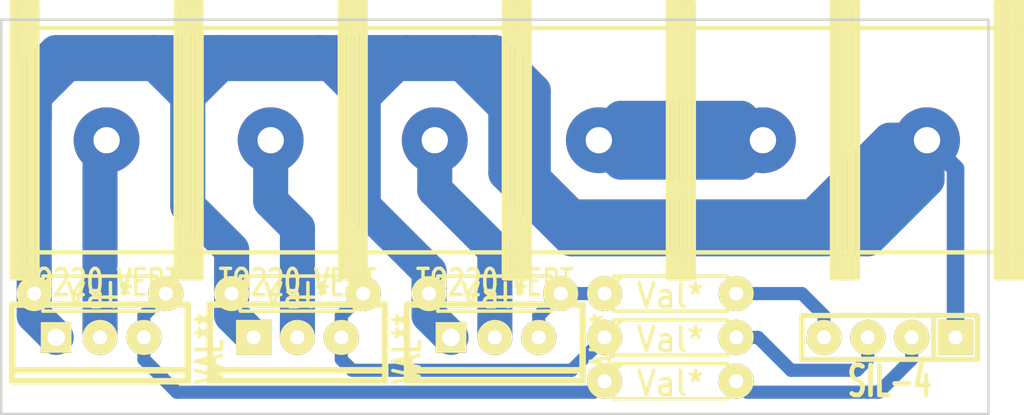
<source format=kicad_pcb>
(kicad_pcb (version 3) (host pcbnew "(2013-05-18 BZR 4017)-stable")

  (general
    (links 0)
    (no_connects 0)
    (area 91.789956 47.497999 165.785714 85.25)
    (thickness 1.6)
    (drawings 4)
    (tracks 108)
    (zones 0)
    (modules 11)
    (nets 1)
  )

  (page A4)
  (layers
    (15 F.Cu signal)
    (0 B.Cu signal)
    (16 B.Adhes user)
    (17 F.Adhes user)
    (18 B.Paste user)
    (19 F.Paste user)
    (20 B.SilkS user)
    (21 F.SilkS user)
    (22 B.Mask user)
    (23 F.Mask user)
    (24 Dwgs.User user)
    (25 Cmts.User user)
    (26 Eco1.User user)
    (27 Eco2.User user)
    (28 Edge.Cuts user)
  )

  (setup
    (last_trace_width 1.016)
    (user_trace_width 0.762)
    (user_trace_width 1.016)
    (user_trace_width 2.032)
    (trace_clearance 0.254)
    (zone_clearance 0.508)
    (zone_45_only no)
    (trace_min 0.254)
    (segment_width 0.2)
    (edge_width 0.15)
    (via_size 0.889)
    (via_drill 0.635)
    (via_min_size 0.889)
    (via_min_drill 0.508)
    (uvia_size 0.508)
    (uvia_drill 0.127)
    (uvias_allowed no)
    (uvia_min_size 0.508)
    (uvia_min_drill 0.127)
    (pcb_text_width 0.3)
    (pcb_text_size 1.5 1.5)
    (mod_edge_width 0.15)
    (mod_text_size 1.5 1.5)
    (mod_text_width 0.15)
    (pad_size 2.032 2.032)
    (pad_drill 0.8128)
    (pad_to_mask_clearance 0.2)
    (aux_axis_origin 0 0)
    (visible_elements FFFFFFAF)
    (pcbplotparams
      (layerselection 3178497)
      (usegerberextensions true)
      (excludeedgelayer true)
      (linewidth 0.100000)
      (plotframeref false)
      (viasonmask false)
      (mode 1)
      (useauxorigin false)
      (hpglpennumber 1)
      (hpglpenspeed 20)
      (hpglpendiameter 15)
      (hpglpenoverlay 2)
      (psnegative false)
      (psa4output false)
      (plotreference true)
      (plotvalue true)
      (plotothertext true)
      (plotinvisibletext false)
      (padsonsilk false)
      (subtractmaskfromsilk false)
      (outputformat 1)
      (mirror false)
      (drillshape 1)
      (scaleselection 1)
      (outputdirectory ""))
  )

  (net 0 "")

  (net_class Default "This is the default net class."
    (clearance 0.254)
    (trace_width 0.254)
    (via_dia 0.889)
    (via_drill 0.635)
    (uvia_dia 0.508)
    (uvia_drill 0.127)
    (add_net "")
  )

  (module TO220_VERT (layer F.Cu) (tedit 43A66C96) (tstamp 52931AC3)
    (at 97.79 67.31 270)
    (descr "Regulateur TO220 serie LM78xx")
    (tags "TR TO220")
    (fp_text reference TO220_VERT (at -3.175 0 360) (layer F.SilkS)
      (effects (font (size 1.524 1.016) (thickness 0.2032)))
    )
    (fp_text value VAL** (at 0.635 -6.35 270) (layer F.SilkS)
      (effects (font (size 1.524 1.016) (thickness 0.2032)))
    )
    (fp_line (start 1.905 -5.08) (end 2.54 -5.08) (layer F.SilkS) (width 0.381))
    (fp_line (start 2.54 -5.08) (end 2.54 5.08) (layer F.SilkS) (width 0.381))
    (fp_line (start 2.54 5.08) (end 1.905 5.08) (layer F.SilkS) (width 0.381))
    (fp_line (start -1.905 -5.08) (end 1.905 -5.08) (layer F.SilkS) (width 0.381))
    (fp_line (start 1.905 -5.08) (end 1.905 5.08) (layer F.SilkS) (width 0.381))
    (fp_line (start 1.905 5.08) (end -1.905 5.08) (layer F.SilkS) (width 0.381))
    (fp_line (start -1.905 5.08) (end -1.905 -5.08) (layer F.SilkS) (width 0.381))
    (pad 2 thru_hole circle (at 0 -2.54 270) (size 2.032 2.032) (drill 0.8128)
      (layers *.Cu *.Mask F.SilkS)
    )
    (pad 3 thru_hole circle (at 0 0 270) (size 2.032 2.032) (drill 0.8128)
      (layers *.Cu *.Mask F.SilkS)
    )
    (pad 1 thru_hole rect (at 0 2.54 270) (size 1.778 1.778) (drill 1.016)
      (layers *.Cu *.Mask F.SilkS)
    )
  )

  (module TO220_VERT (layer F.Cu) (tedit 529320BF) (tstamp 52931AEE)
    (at 109.22 67.31 270)
    (descr "Regulateur TO220 serie LM78xx")
    (tags "TR TO220")
    (fp_text reference TO220_VERT (at -3.175 0 360) (layer F.SilkS)
      (effects (font (size 1.524 1.016) (thickness 0.2032)))
    )
    (fp_text value VAL** (at 0.635 -6.35 270) (layer F.SilkS)
      (effects (font (size 1.524 1.016) (thickness 0.2032)))
    )
    (fp_line (start 1.905 -5.08) (end 2.54 -5.08) (layer F.SilkS) (width 0.381))
    (fp_line (start 2.54 -5.08) (end 2.54 5.08) (layer F.SilkS) (width 0.381))
    (fp_line (start 2.54 5.08) (end 1.905 5.08) (layer F.SilkS) (width 0.381))
    (fp_line (start -1.905 -5.08) (end 1.905 -5.08) (layer F.SilkS) (width 0.381))
    (fp_line (start 1.905 -5.08) (end 1.905 5.08) (layer F.SilkS) (width 0.381))
    (fp_line (start 1.905 5.08) (end -1.905 5.08) (layer F.SilkS) (width 0.381))
    (fp_line (start -1.905 5.08) (end -1.905 -5.08) (layer F.SilkS) (width 0.381))
    (pad 2 thru_hole circle (at 0 -2.54 270) (size 2.032 2.032) (drill 0.8128)
      (layers *.Cu *.Mask F.SilkS)
    )
    (pad 3 thru_hole circle (at 0 0 270) (size 2.032 2.032) (drill 0.8128)
      (layers *.Cu *.Mask F.SilkS)
    )
    (pad 1 thru_hole rect (at 0 2.54 270) (size 2.032 2.032) (drill 0.8128)
      (layers *.Cu *.Mask F.SilkS)
    )
  )

  (module TO220_VERT (layer F.Cu) (tedit 5293142B) (tstamp 52931B09)
    (at 120.65 67.31 270)
    (descr "Regulateur TO220 serie LM78xx")
    (tags "TR TO220")
    (fp_text reference TO220_VERT (at -3.175 0 360) (layer F.SilkS)
      (effects (font (size 1.524 1.016) (thickness 0.2032)))
    )
    (fp_text value VAL** (at 0.635 -6.35 270) (layer F.SilkS)
      (effects (font (size 1.524 1.016) (thickness 0.2032)))
    )
    (fp_line (start 1.905 -5.08) (end 2.54 -5.08) (layer F.SilkS) (width 0.381))
    (fp_line (start 2.54 -5.08) (end 2.54 5.08) (layer F.SilkS) (width 0.381))
    (fp_line (start 2.54 5.08) (end 1.905 5.08) (layer F.SilkS) (width 0.381))
    (fp_line (start -1.905 -5.08) (end 1.905 -5.08) (layer F.SilkS) (width 0.381))
    (fp_line (start 1.905 -5.08) (end 1.905 5.08) (layer F.SilkS) (width 0.381))
    (fp_line (start 1.905 5.08) (end -1.905 5.08) (layer F.SilkS) (width 0.381))
    (fp_line (start -1.905 5.08) (end -1.905 -5.08) (layer F.SilkS) (width 0.381))
    (pad 2 thru_hole circle (at 0 -2.54 270) (size 2.032 2.032) (drill 0.8128)
      (layers *.Cu *.Mask F.SilkS)
    )
    (pad 3 thru_hole circle (at 0 0 270) (size 2.032 2.032) (drill 0.8128)
      (layers *.Cu *.Mask F.SilkS)
    )
    (pad 1 thru_hole rect (at 0 2.54 270) (size 1.778 1.778) (drill 1.016)
      (layers *.Cu *.Mask F.SilkS)
    )
  )

  (module SIL-4 (layer F.Cu) (tedit 52931E67) (tstamp 52933389)
    (at 143.51 67.31 180)
    (descr "Connecteur 4 pibs")
    (tags "CONN DEV")
    (fp_text reference SIL-4 (at 0 -2.54 180) (layer F.SilkS)
      (effects (font (size 1.73482 1.08712) (thickness 0.3048)))
    )
    (fp_text value Val** (at 0 -2.54 180) (layer F.SilkS) hide
      (effects (font (size 1.524 1.016) (thickness 0.3048)))
    )
    (fp_line (start -5.08 -1.27) (end -5.08 -1.27) (layer F.SilkS) (width 0.3048))
    (fp_line (start -5.08 1.27) (end -5.08 -1.27) (layer F.SilkS) (width 0.3048))
    (fp_line (start -5.08 -1.27) (end -5.08 -1.27) (layer F.SilkS) (width 0.3048))
    (fp_line (start -5.08 -1.27) (end 5.08 -1.27) (layer F.SilkS) (width 0.3048))
    (fp_line (start 5.08 -1.27) (end 5.08 1.27) (layer F.SilkS) (width 0.3048))
    (fp_line (start 5.08 1.27) (end -5.08 1.27) (layer F.SilkS) (width 0.3048))
    (fp_line (start -2.54 1.27) (end -2.54 -1.27) (layer F.SilkS) (width 0.3048))
    (pad 1 thru_hole rect (at -3.81 0 180) (size 2.032 2.032) (drill 0.8128)
      (layers *.Cu *.Mask F.SilkS)
    )
    (pad 2 thru_hole circle (at -1.27 0 180) (size 2.032 2.032) (drill 0.8128)
      (layers *.Cu *.Mask F.SilkS)
    )
    (pad 3 thru_hole circle (at 1.27 0 180) (size 2.032 2.032) (drill 0.8128)
      (layers *.Cu *.Mask F.SilkS)
    )
    (pad 4 thru_hole circle (at 3.81 0 180) (size 2.032 2.032) (drill 0.8128)
      (layers *.Cu *.Mask F.SilkS)
    )
  )

  (module CONN_6_SOLAR (layer F.Cu) (tedit 528393AD) (tstamp 52931238)
    (at 121.92 55.88)
    (path /523BD84D)
    (fp_text reference P1 (at 0 0) (layer F.SilkS) hide
      (effects (font (size 1.27 1.27) (thickness 0.254)))
    )
    (fp_text value CONN_4 (at 0 0.127) (layer F.SilkS) hide
      (effects (font (size 1.27 1.27) (thickness 0.254)))
    )
    (fp_line (start -28.4988 -8.001) (end -27.7495 -8.001) (layer F.SilkS) (width 0.254))
    (fp_line (start -27.7495 -8.001) (end -27.7495 8.001) (layer F.SilkS) (width 0.254))
    (fp_line (start -27.7495 8.001) (end -28.4988 8.001) (layer F.SilkS) (width 0.254))
    (fp_line (start -28.4988 8.001) (end -29.25064 8.001) (layer F.SilkS) (width 0.254))
    (fp_line (start -29.25064 8.001) (end -29.25064 -8.001) (layer F.SilkS) (width 0.254))
    (fp_line (start -29.25064 -8.001) (end -28.00096 -8.001) (layer F.SilkS) (width 0.254))
    (fp_line (start -28.00096 -8.001) (end -28.00096 8.001) (layer F.SilkS) (width 0.254))
    (fp_line (start -28.00096 8.001) (end -28.24988 8.001) (layer F.SilkS) (width 0.254))
    (fp_line (start -28.24988 8.001) (end -28.24988 -8.001) (layer F.SilkS) (width 0.254))
    (fp_line (start -28.24988 -8.001) (end -28.75026 -8.001) (layer F.SilkS) (width 0.254))
    (fp_line (start -28.75026 -8.001) (end -28.75026 8.001) (layer F.SilkS) (width 0.254))
    (fp_line (start -28.75026 8.001) (end -28.99918 8.001) (layer F.SilkS) (width 0.254))
    (fp_line (start -28.99918 8.001) (end -28.99918 -8.001) (layer F.SilkS) (width 0.254))
    (fp_line (start -19.49958 -8.001) (end -19.49958 8.001) (layer F.SilkS) (width 0.254))
    (fp_line (start -19.49958 8.001) (end -19.25066 8.001) (layer F.SilkS) (width 0.254))
    (fp_line (start -19.25066 8.001) (end -19.25066 -8.001) (layer F.SilkS) (width 0.254))
    (fp_line (start -19.25066 -8.001) (end -18.75028 -8.001) (layer F.SilkS) (width 0.254))
    (fp_line (start -18.75028 -8.001) (end -18.75028 8.001) (layer F.SilkS) (width 0.254))
    (fp_line (start -18.75028 8.001) (end -18.49882 8.001) (layer F.SilkS) (width 0.254))
    (fp_line (start -18.49882 8.001) (end -18.49882 -8.001) (layer F.SilkS) (width 0.254))
    (fp_line (start -18.9992 -8.001) (end -18.2499 -8.001) (layer F.SilkS) (width 0.254))
    (fp_line (start -18.2499 -8.001) (end -18.2499 8.001) (layer F.SilkS) (width 0.254))
    (fp_line (start -18.2499 8.001) (end -19.25066 8.001) (layer F.SilkS) (width 0.254))
    (fp_line (start -19.25066 8.001) (end -19.75104 8.001) (layer F.SilkS) (width 0.254))
    (fp_line (start -19.75104 8.001) (end -19.75104 -7.74954) (layer F.SilkS) (width 0.254))
    (fp_line (start -19.75104 -7.74954) (end -19.75104 -8.001) (layer F.SilkS) (width 0.254))
    (fp_line (start -19.75104 -8.001) (end -18.9992 -8.001) (layer F.SilkS) (width 0.254))
    (fp_line (start -9.4996 -8.001) (end -8.7503 -8.001) (layer F.SilkS) (width 0.254))
    (fp_line (start -8.7503 -8.001) (end -8.7503 8.001) (layer F.SilkS) (width 0.254))
    (fp_line (start -8.7503 8.001) (end -9.4996 8.001) (layer F.SilkS) (width 0.254))
    (fp_line (start -9.4996 8.001) (end -10.2489 8.001) (layer F.SilkS) (width 0.254))
    (fp_line (start -10.2489 8.001) (end -10.2489 -8.001) (layer F.SilkS) (width 0.254))
    (fp_line (start -10.2489 -8.001) (end -9.4996 -8.001) (layer F.SilkS) (width 0.254))
    (fp_line (start -9.4996 -8.001) (end -8.99922 -8.001) (layer F.SilkS) (width 0.254))
    (fp_line (start -8.99922 -8.001) (end -8.99922 8.001) (layer F.SilkS) (width 0.254))
    (fp_line (start -8.99922 8.001) (end -9.25068 8.001) (layer F.SilkS) (width 0.254))
    (fp_line (start -9.25068 8.001) (end -9.25068 -8.001) (layer F.SilkS) (width 0.254))
    (fp_line (start -9.25068 -8.001) (end -9.75106 -8.001) (layer F.SilkS) (width 0.254))
    (fp_line (start -9.75106 -8.001) (end -9.75106 8.001) (layer F.SilkS) (width 0.254))
    (fp_line (start -9.75106 8.001) (end -9.99998 8.001) (layer F.SilkS) (width 0.254))
    (fp_line (start -9.99998 8.001) (end -9.99998 -8.001) (layer F.SilkS) (width 0.254))
    (fp_line (start -0.50038 -8.001) (end -0.50038 8.001) (layer F.SilkS) (width 0.254))
    (fp_line (start -0.50038 8.001) (end -0.24892 8.001) (layer F.SilkS) (width 0.254))
    (fp_line (start -0.24892 8.001) (end -0.24892 -8.001) (layer F.SilkS) (width 0.254))
    (fp_line (start -0.24892 -8.001) (end 0.24892 -8.001) (layer F.SilkS) (width 0.254))
    (fp_line (start 0.24892 -8.001) (end 0.24892 8.001) (layer F.SilkS) (width 0.254))
    (fp_line (start 0.24892 8.001) (end 0.50038 8.001) (layer F.SilkS) (width 0.254))
    (fp_line (start 0.50038 8.001) (end 0.50038 -8.001) (layer F.SilkS) (width 0.254))
    (fp_line (start 0 -8.001) (end 0.7493 -8.001) (layer F.SilkS) (width 0.254))
    (fp_line (start 0.7493 -8.001) (end 0.7493 8.001) (layer F.SilkS) (width 0.254))
    (fp_line (start 0.7493 8.001) (end 0 8.001) (layer F.SilkS) (width 0.254))
    (fp_line (start 0 8.001) (end -0.7493 8.001) (layer F.SilkS) (width 0.254))
    (fp_line (start -0.7493 8.001) (end -0.7493 -8.001) (layer F.SilkS) (width 0.254))
    (fp_line (start -0.7493 -8.001) (end 0 -8.001) (layer F.SilkS) (width 0.254))
    (fp_line (start 8.99922 8.001) (end 8.99922 -8.001) (layer F.SilkS) (width 0.254))
    (fp_line (start 8.99922 -8.001) (end 9.25068 -8.001) (layer F.SilkS) (width 0.254))
    (fp_line (start 9.25068 -8.001) (end 9.25068 8.001) (layer F.SilkS) (width 0.254))
    (fp_line (start 9.25068 8.001) (end 9.75106 8.001) (layer F.SilkS) (width 0.254))
    (fp_line (start 9.75106 8.001) (end 9.75106 -8.001) (layer F.SilkS) (width 0.254))
    (fp_line (start 9.75106 -8.001) (end 9.99998 -8.001) (layer F.SilkS) (width 0.254))
    (fp_line (start 9.99998 -8.001) (end 9.99998 8.001) (layer F.SilkS) (width 0.254))
    (fp_line (start 9.4996 8.001) (end 10.2489 8.001) (layer F.SilkS) (width 0.254))
    (fp_line (start 10.2489 8.001) (end 10.2489 -8.001) (layer F.SilkS) (width 0.254))
    (fp_line (start 10.2489 -8.001) (end 8.7503 -8.001) (layer F.SilkS) (width 0.254))
    (fp_line (start 8.7503 -8.001) (end 8.7503 8.001) (layer F.SilkS) (width 0.254))
    (fp_line (start 8.7503 8.001) (end 9.4996 8.001) (layer F.SilkS) (width 0.254))
    (fp_line (start 18.49882 8.001) (end 18.49882 -8.001) (layer F.SilkS) (width 0.254))
    (fp_line (start 18.49882 -8.001) (end 18.75028 -8.001) (layer F.SilkS) (width 0.254))
    (fp_line (start 18.75028 -8.001) (end 18.75028 8.001) (layer F.SilkS) (width 0.254))
    (fp_line (start 18.75028 8.001) (end 19.25066 8.001) (layer F.SilkS) (width 0.254))
    (fp_line (start 19.25066 8.001) (end 19.25066 -8.001) (layer F.SilkS) (width 0.254))
    (fp_line (start 19.25066 -8.001) (end 19.49958 -8.001) (layer F.SilkS) (width 0.254))
    (fp_line (start 19.49958 -8.001) (end 19.49958 8.001) (layer F.SilkS) (width 0.254))
    (fp_line (start 18.9992 8.001) (end 19.75104 8.001) (layer F.SilkS) (width 0.254))
    (fp_line (start 19.75104 8.001) (end 19.75104 -8.001) (layer F.SilkS) (width 0.254))
    (fp_line (start 19.75104 -8.001) (end 18.2499 -8.001) (layer F.SilkS) (width 0.254))
    (fp_line (start 18.2499 -8.001) (end 18.2499 8.001) (layer F.SilkS) (width 0.254))
    (fp_line (start 18.2499 8.001) (end 18.9992 8.001) (layer F.SilkS) (width 0.254))
    (fp_line (start 28.00096 -8.001) (end 28.00096 8.001) (layer F.SilkS) (width 0.254))
    (fp_line (start 28.24988 8.001) (end 28.24988 -8.001) (layer F.SilkS) (width 0.254))
    (fp_line (start 28.75026 -8.001) (end 28.75026 8.001) (layer F.SilkS) (width 0.254))
    (fp_line (start 28.99918 8.001) (end 28.99918 -8.001) (layer F.SilkS) (width 0.254))
    (fp_line (start 28.4988 8.001) (end 29.25064 8.001) (layer F.SilkS) (width 0.254))
    (fp_line (start 28.4988 -8.001) (end 27.7495 -8.001) (layer F.SilkS) (width 0.254))
    (fp_line (start 27.7495 -8.001) (end 27.7495 8.001) (layer F.SilkS) (width 0.254))
    (fp_line (start 27.7495 8.001) (end 28.4988 8.001) (layer F.SilkS) (width 0.254))
    (fp_line (start -28.4988 8.001) (end -28.4988 -8.001) (layer F.SilkS) (width 0.254))
    (fp_line (start -18.9992 8.001) (end -18.9992 -8.001) (layer F.SilkS) (width 0.254))
    (fp_line (start -9.4996 8.001) (end -9.4996 -8.001) (layer F.SilkS) (width 0.254))
    (fp_line (start 0 8.001) (end 0 -8.001) (layer F.SilkS) (width 0.254))
    (fp_line (start 29.25064 -6.49986) (end -29.25064 -6.49986) (layer F.SilkS) (width 0.254))
    (fp_line (start 29.25064 6.49986) (end -29.25064 6.49986) (layer F.SilkS) (width 0.254))
    (fp_line (start 28.4988 -8.001) (end 29.25064 -8.001) (layer F.SilkS) (width 0.254))
    (fp_line (start 29.25064 8.001) (end 29.25064 -8.001) (layer F.SilkS) (width 0.254))
    (fp_line (start 28.4988 8.001) (end 28.4988 -8.001) (layer F.SilkS) (width 0.254))
    (fp_line (start 18.9992 6.49986) (end 18.9992 8.001) (layer F.SilkS) (width 0.254))
    (fp_line (start 18.9992 6.49986) (end 18.9992 -8.001) (layer F.SilkS) (width 0.254))
    (fp_line (start 9.4996 8.001) (end 9.4996 -8.001) (layer F.SilkS) (width 0.254))
    (pad 4 thru_hole circle (at 4.7498 0) (size 3.81 3.81) (drill 1.524)
      (layers *.Cu *.Mask)
    )
    (pad 3 thru_hole circle (at -4.7498 0) (size 3.81 3.81) (drill 1.524)
      (layers *.Cu *.Mask)
    )
    (pad 5 thru_hole circle (at 14.2494 0) (size 3.81 3.81) (drill 1.524)
      (layers *.Cu *.Mask)
    )
    (pad 6 thru_hole circle (at 23.749 0) (size 3.81 3.81) (drill 1.524)
      (layers *.Cu *.Mask)
    )
    (pad 2 thru_hole circle (at -14.2494 0) (size 3.81 3.81) (drill 1.524)
      (layers *.Cu *.Mask)
    )
    (pad 1 thru_hole circle (at -23.749 0) (size 3.81 3.81) (drill 1.524)
      (layers *.Cu *.Mask)
    )
  )

  (module R3 (layer F.Cu) (tedit 4E4C0E65) (tstamp 5293930D)
    (at 130.81 67.31)
    (descr "Resitance 3 pas")
    (tags R)
    (path R3)
    (autoplace_cost180 10)
    (fp_text reference R3 (at 0 0.127) (layer F.SilkS) hide
      (effects (font (size 1.397 1.27) (thickness 0.2032)))
    )
    (fp_text value Val* (at 0 0.127) (layer F.SilkS)
      (effects (font (size 1.397 1.27) (thickness 0.2032)))
    )
    (fp_line (start -3.81 0) (end -3.302 0) (layer F.SilkS) (width 0.2032))
    (fp_line (start 3.81 0) (end 3.302 0) (layer F.SilkS) (width 0.2032))
    (fp_line (start 3.302 0) (end 3.302 -1.016) (layer F.SilkS) (width 0.2032))
    (fp_line (start 3.302 -1.016) (end -3.302 -1.016) (layer F.SilkS) (width 0.2032))
    (fp_line (start -3.302 -1.016) (end -3.302 1.016) (layer F.SilkS) (width 0.2032))
    (fp_line (start -3.302 1.016) (end 3.302 1.016) (layer F.SilkS) (width 0.2032))
    (fp_line (start 3.302 1.016) (end 3.302 0) (layer F.SilkS) (width 0.2032))
    (fp_line (start -3.302 -0.508) (end -2.794 -1.016) (layer F.SilkS) (width 0.2032))
    (pad 1 thru_hole circle (at -3.81 0) (size 2.032 2.032) (drill 0.8128)
      (layers *.Cu *.Mask F.SilkS)
    )
    (pad 2 thru_hole circle (at 3.81 0) (size 2.032 2.032) (drill 0.8128)
      (layers *.Cu *.Mask F.SilkS)
    )
    (model discret/resistor.wrl
      (at (xyz 0 0 0))
      (scale (xyz 0.3 0.3 0.3))
      (rotate (xyz 0 0 0))
    )
  )

  (module R3 (layer F.Cu) (tedit 4E4C0E65) (tstamp 52939355)
    (at 130.81 64.77)
    (descr "Resitance 3 pas")
    (tags R)
    (path R3)
    (autoplace_cost180 10)
    (fp_text reference R3 (at 0 0.127) (layer F.SilkS) hide
      (effects (font (size 1.397 1.27) (thickness 0.2032)))
    )
    (fp_text value Val* (at 0 0.127) (layer F.SilkS)
      (effects (font (size 1.397 1.27) (thickness 0.2032)))
    )
    (fp_line (start -3.81 0) (end -3.302 0) (layer F.SilkS) (width 0.2032))
    (fp_line (start 3.81 0) (end 3.302 0) (layer F.SilkS) (width 0.2032))
    (fp_line (start 3.302 0) (end 3.302 -1.016) (layer F.SilkS) (width 0.2032))
    (fp_line (start 3.302 -1.016) (end -3.302 -1.016) (layer F.SilkS) (width 0.2032))
    (fp_line (start -3.302 -1.016) (end -3.302 1.016) (layer F.SilkS) (width 0.2032))
    (fp_line (start -3.302 1.016) (end 3.302 1.016) (layer F.SilkS) (width 0.2032))
    (fp_line (start 3.302 1.016) (end 3.302 0) (layer F.SilkS) (width 0.2032))
    (fp_line (start -3.302 -0.508) (end -2.794 -1.016) (layer F.SilkS) (width 0.2032))
    (pad 1 thru_hole circle (at -3.81 0) (size 2.032 2.032) (drill 0.8128)
      (layers *.Cu *.Mask F.SilkS)
    )
    (pad 2 thru_hole circle (at 3.81 0) (size 2.032 2.032) (drill 0.8128)
      (layers *.Cu *.Mask F.SilkS)
    )
    (model discret/resistor.wrl
      (at (xyz 0 0 0))
      (scale (xyz 0.3 0.3 0.3))
      (rotate (xyz 0 0 0))
    )
  )

  (module R3 (layer F.Cu) (tedit 4E4C0E65) (tstamp 52939370)
    (at 120.65 64.77)
    (descr "Resitance 3 pas")
    (tags R)
    (path R3)
    (autoplace_cost180 10)
    (fp_text reference R3 (at 0 0.127) (layer F.SilkS) hide
      (effects (font (size 1.397 1.27) (thickness 0.2032)))
    )
    (fp_text value Val* (at 0 0.127) (layer F.SilkS)
      (effects (font (size 1.397 1.27) (thickness 0.2032)))
    )
    (fp_line (start -3.81 0) (end -3.302 0) (layer F.SilkS) (width 0.2032))
    (fp_line (start 3.81 0) (end 3.302 0) (layer F.SilkS) (width 0.2032))
    (fp_line (start 3.302 0) (end 3.302 -1.016) (layer F.SilkS) (width 0.2032))
    (fp_line (start 3.302 -1.016) (end -3.302 -1.016) (layer F.SilkS) (width 0.2032))
    (fp_line (start -3.302 -1.016) (end -3.302 1.016) (layer F.SilkS) (width 0.2032))
    (fp_line (start -3.302 1.016) (end 3.302 1.016) (layer F.SilkS) (width 0.2032))
    (fp_line (start 3.302 1.016) (end 3.302 0) (layer F.SilkS) (width 0.2032))
    (fp_line (start -3.302 -0.508) (end -2.794 -1.016) (layer F.SilkS) (width 0.2032))
    (pad 1 thru_hole circle (at -3.81 0) (size 2.032 2.032) (drill 0.8128)
      (layers *.Cu *.Mask F.SilkS)
    )
    (pad 2 thru_hole circle (at 3.81 0) (size 2.032 2.032) (drill 0.8128)
      (layers *.Cu *.Mask F.SilkS)
    )
    (model discret/resistor.wrl
      (at (xyz 0 0 0))
      (scale (xyz 0.3 0.3 0.3))
      (rotate (xyz 0 0 0))
    )
  )

  (module R3 (layer F.Cu) (tedit 4E4C0E65) (tstamp 5293938B)
    (at 130.81 69.85)
    (descr "Resitance 3 pas")
    (tags R)
    (path R3)
    (autoplace_cost180 10)
    (fp_text reference R3 (at 0 0.127) (layer F.SilkS) hide
      (effects (font (size 1.397 1.27) (thickness 0.2032)))
    )
    (fp_text value Val* (at 0 0.127) (layer F.SilkS)
      (effects (font (size 1.397 1.27) (thickness 0.2032)))
    )
    (fp_line (start -3.81 0) (end -3.302 0) (layer F.SilkS) (width 0.2032))
    (fp_line (start 3.81 0) (end 3.302 0) (layer F.SilkS) (width 0.2032))
    (fp_line (start 3.302 0) (end 3.302 -1.016) (layer F.SilkS) (width 0.2032))
    (fp_line (start 3.302 -1.016) (end -3.302 -1.016) (layer F.SilkS) (width 0.2032))
    (fp_line (start -3.302 -1.016) (end -3.302 1.016) (layer F.SilkS) (width 0.2032))
    (fp_line (start -3.302 1.016) (end 3.302 1.016) (layer F.SilkS) (width 0.2032))
    (fp_line (start 3.302 1.016) (end 3.302 0) (layer F.SilkS) (width 0.2032))
    (fp_line (start -3.302 -0.508) (end -2.794 -1.016) (layer F.SilkS) (width 0.2032))
    (pad 1 thru_hole circle (at -3.81 0) (size 2.032 2.032) (drill 0.8128)
      (layers *.Cu *.Mask F.SilkS)
    )
    (pad 2 thru_hole circle (at 3.81 0) (size 2.032 2.032) (drill 0.8128)
      (layers *.Cu *.Mask F.SilkS)
    )
    (model discret/resistor.wrl
      (at (xyz 0 0 0))
      (scale (xyz 0.3 0.3 0.3))
      (rotate (xyz 0 0 0))
    )
  )

  (module R3 (layer F.Cu) (tedit 4E4C0E65) (tstamp 529393A6)
    (at 109.22 64.77)
    (descr "Resitance 3 pas")
    (tags R)
    (path R3)
    (autoplace_cost180 10)
    (fp_text reference R3 (at 0 0.127) (layer F.SilkS) hide
      (effects (font (size 1.397 1.27) (thickness 0.2032)))
    )
    (fp_text value Val* (at 0 0.127) (layer F.SilkS)
      (effects (font (size 1.397 1.27) (thickness 0.2032)))
    )
    (fp_line (start -3.81 0) (end -3.302 0) (layer F.SilkS) (width 0.2032))
    (fp_line (start 3.81 0) (end 3.302 0) (layer F.SilkS) (width 0.2032))
    (fp_line (start 3.302 0) (end 3.302 -1.016) (layer F.SilkS) (width 0.2032))
    (fp_line (start 3.302 -1.016) (end -3.302 -1.016) (layer F.SilkS) (width 0.2032))
    (fp_line (start -3.302 -1.016) (end -3.302 1.016) (layer F.SilkS) (width 0.2032))
    (fp_line (start -3.302 1.016) (end 3.302 1.016) (layer F.SilkS) (width 0.2032))
    (fp_line (start 3.302 1.016) (end 3.302 0) (layer F.SilkS) (width 0.2032))
    (fp_line (start -3.302 -0.508) (end -2.794 -1.016) (layer F.SilkS) (width 0.2032))
    (pad 1 thru_hole circle (at -3.81 0) (size 2.032 2.032) (drill 0.8128)
      (layers *.Cu *.Mask F.SilkS)
    )
    (pad 2 thru_hole circle (at 3.81 0) (size 2.032 2.032) (drill 0.8128)
      (layers *.Cu *.Mask F.SilkS)
    )
    (model discret/resistor.wrl
      (at (xyz 0 0 0))
      (scale (xyz 0.3 0.3 0.3))
      (rotate (xyz 0 0 0))
    )
  )

  (module R3 (layer F.Cu) (tedit 52931509) (tstamp 529393C1)
    (at 97.79 64.77)
    (descr "Resitance 3 pas")
    (tags R)
    (path R3)
    (autoplace_cost180 10)
    (fp_text reference R3 (at 0 0.127) (layer F.SilkS) hide
      (effects (font (size 1.397 1.27) (thickness 0.2032)))
    )
    (fp_text value Val* (at 0 0.127) (layer F.SilkS)
      (effects (font (size 1.397 1.27) (thickness 0.2032)))
    )
    (fp_line (start -3.81 0) (end -3.302 0) (layer F.SilkS) (width 0.2032))
    (fp_line (start 3.81 0) (end 3.302 0) (layer F.SilkS) (width 0.2032))
    (fp_line (start 3.302 0) (end 3.302 -1.016) (layer F.SilkS) (width 0.2032))
    (fp_line (start 3.302 -1.016) (end -3.302 -1.016) (layer F.SilkS) (width 0.2032))
    (fp_line (start -3.302 -1.016) (end -3.302 1.016) (layer F.SilkS) (width 0.2032))
    (fp_line (start -3.302 1.016) (end 3.302 1.016) (layer F.SilkS) (width 0.2032))
    (fp_line (start 3.302 1.016) (end 3.302 0) (layer F.SilkS) (width 0.2032))
    (fp_line (start -3.302 -0.508) (end -2.794 -1.016) (layer F.SilkS) (width 0.2032))
    (pad 1 thru_hole circle (at -3.81 0) (size 2.032 2.032) (drill 0.8128)
      (layers *.Cu *.Mask F.SilkS)
    )
    (pad 2 thru_hole circle (at 3.81 0) (size 2.032 2.032) (drill 0.8128)
      (layers *.Cu *.Mask F.SilkS)
    )
    (model discret/resistor.wrl
      (at (xyz 0 0 0))
      (scale (xyz 0.3 0.3 0.3))
      (rotate (xyz 0 0 0))
    )
  )

  (gr_line (start 149.225 71.755) (end 92.075 71.755) (angle 90) (layer Edge.Cuts) (width 0.15))
  (gr_line (start 149.225 48.895) (end 149.225 71.755) (angle 90) (layer Edge.Cuts) (width 0.15))
  (gr_line (start 92.075 48.895) (end 149.225 48.895) (angle 90) (layer Edge.Cuts) (width 0.15))
  (gr_line (start 92.075 71.755) (end 92.075 48.895) (angle 90) (layer Edge.Cuts) (width 0.15))

  (segment (start 147.32 67.31) (end 147.32 57.531) (width 1.016) (layer B.Cu) (net 0) (status 400000))
  (segment (start 147.32 57.531) (end 145.669 55.88) (width 1.016) (layer B.Cu) (net 0) (tstamp 52939820) (status 800000))
  (segment (start 144.78 67.31) (end 144.78 68.58) (width 0.762) (layer B.Cu) (net 0) (status 400000))
  (segment (start 144.78 68.58) (end 142.875 70.485) (width 0.762) (layer B.Cu) (net 0) (tstamp 52939819))
  (segment (start 142.875 70.485) (end 142.24 70.485) (width 0.762) (layer B.Cu) (net 0) (tstamp 5293981A))
  (segment (start 142.24 67.31) (end 142.24 68.58) (width 0.762) (layer B.Cu) (net 0) (status 400000))
  (segment (start 142.24 68.58) (end 141.605 69.215) (width 0.762) (layer B.Cu) (net 0) (tstamp 52939812))
  (segment (start 139.7 67.31) (end 139.7 66.04) (width 0.762) (layer B.Cu) (net 0) (status 400000))
  (segment (start 139.7 66.04) (end 138.43 64.77) (width 0.762) (layer B.Cu) (net 0) (tstamp 5293980D))
  (segment (start 138.43 64.77) (end 134.62 64.77) (width 0.762) (layer B.Cu) (net 0) (tstamp 5293980F) (status 800000))
  (segment (start 138.43 60.325) (end 139.065 60.325) (width 2.032) (layer B.Cu) (net 0))
  (segment (start 139.065 60.325) (end 143.51 55.88) (width 2.032) (layer B.Cu) (net 0) (tstamp 529397AA))
  (segment (start 143.51 55.88) (end 145.669 55.88) (width 2.032) (layer B.Cu) (net 0) (tstamp 529397AC))
  (segment (start 95.885 51.435) (end 93.98 53.34) (width 2.032) (layer B.Cu) (net 0))
  (segment (start 93.98 53.34) (end 93.98 54.61) (width 2.032) (layer B.Cu) (net 0) (tstamp 52939763))
  (segment (start 102.87 53.34) (end 104.775 51.435) (width 2.032) (layer B.Cu) (net 0))
  (segment (start 102.87 53.34) (end 100.965 51.435) (width 2.032) (layer B.Cu) (net 0))
  (segment (start 100.965 51.435) (end 100.965 50.8) (width 2.032) (layer B.Cu) (net 0) (tstamp 52939757))
  (segment (start 121.285 53.975) (end 118.745 51.435) (width 2.032) (layer B.Cu) (net 0))
  (segment (start 118.745 51.435) (end 104.775 51.435) (width 2.032) (layer B.Cu) (net 0) (tstamp 52939743))
  (segment (start 104.775 51.435) (end 95.885 51.435) (width 2.032) (layer B.Cu) (net 0) (tstamp 5293975C))
  (segment (start 95.885 51.435) (end 95.25 51.435) (width 2.032) (layer B.Cu) (net 0) (tstamp 52939761))
  (segment (start 95.25 51.435) (end 93.98 52.705) (width 2.032) (layer B.Cu) (net 0) (tstamp 52939744))
  (segment (start 93.98 52.705) (end 93.98 54.61) (width 2.032) (layer B.Cu) (net 0) (tstamp 52939745))
  (segment (start 104.775 50.8) (end 100.965 50.8) (width 2.032) (layer B.Cu) (net 0))
  (segment (start 115.57 50.8) (end 110.49 50.8) (width 2.032) (layer B.Cu) (net 0))
  (segment (start 122.8725 59.3725) (end 122.8725 53.0225) (width 2.032) (layer B.Cu) (net 0))
  (segment (start 122.8725 53.0225) (end 120.65 50.8) (width 2.032) (layer B.Cu) (net 0) (tstamp 52939739))
  (segment (start 120.65 50.8) (end 119.38 50.8) (width 2.032) (layer B.Cu) (net 0) (tstamp 5293973A))
  (segment (start 124.46 60.96) (end 125.095 60.325) (width 2.032) (layer B.Cu) (net 0))
  (segment (start 125.095 60.325) (end 138.43 60.325) (width 2.032) (layer B.Cu) (net 0) (tstamp 52939731))
  (segment (start 138.43 60.325) (end 141.605 60.325) (width 2.032) (layer B.Cu) (net 0) (tstamp 529397A8))
  (segment (start 141.605 60.325) (end 141.605 59.944) (width 2.032) (layer B.Cu) (net 0) (tstamp 52939732))
  (segment (start 141.605 59.944) (end 145.669 55.88) (width 2.032) (layer B.Cu) (net 0) (tstamp 52939733))
  (segment (start 121.285 52.705) (end 121.285 53.975) (width 2.032) (layer B.Cu) (net 0))
  (segment (start 121.285 53.975) (end 121.285 57.785) (width 2.032) (layer B.Cu) (net 0) (tstamp 52939741))
  (segment (start 121.285 57.785) (end 122.8725 59.3725) (width 2.032) (layer B.Cu) (net 0) (tstamp 52939728))
  (segment (start 122.8725 59.3725) (end 124.46 60.96) (width 2.032) (layer B.Cu) (net 0) (tstamp 52939737))
  (segment (start 124.46 60.96) (end 125.095 61.595) (width 2.032) (layer B.Cu) (net 0) (tstamp 5293972F))
  (segment (start 125.095 61.595) (end 142.24 61.595) (width 2.032) (layer B.Cu) (net 0) (tstamp 5293972A))
  (segment (start 142.24 61.595) (end 145.669 58.166) (width 2.032) (layer B.Cu) (net 0) (tstamp 5293972B))
  (segment (start 145.669 58.166) (end 145.669 55.88) (width 2.032) (layer B.Cu) (net 0) (tstamp 5293972C))
  (segment (start 126.6698 55.88) (end 127.9398 57.15) (width 2.032) (layer B.Cu) (net 0))
  (segment (start 127.9398 57.15) (end 134.8994 57.15) (width 2.032) (layer B.Cu) (net 0) (tstamp 52939722))
  (segment (start 134.8994 57.15) (end 136.1694 55.88) (width 2.032) (layer B.Cu) (net 0) (tstamp 52939723))
  (segment (start 136.1694 55.88) (end 126.6698 55.88) (width 2.032) (layer B.Cu) (net 0))
  (segment (start 126.6698 55.88) (end 127.9398 54.61) (width 2.032) (layer B.Cu) (net 0))
  (segment (start 134.8994 54.61) (end 136.1694 55.88) (width 2.032) (layer B.Cu) (net 0) (tstamp 5293971D))
  (segment (start 127.9398 54.61) (end 134.8994 54.61) (width 2.032) (layer B.Cu) (net 0) (tstamp 5293971C))
  (segment (start 127 69.85) (end 126.365 70.485) (width 0.762) (layer B.Cu) (net 0) (status 30))
  (segment (start 100.33 68.58) (end 100.33 67.31) (width 0.762) (layer B.Cu) (net 0) (tstamp 52939715))
  (segment (start 102.235 70.485) (end 100.33 68.58) (width 0.762) (layer B.Cu) (net 0) (tstamp 52939714))
  (segment (start 126.365 70.485) (end 102.235 70.485) (width 0.762) (layer B.Cu) (net 0) (tstamp 52939713) (status 10))
  (segment (start 127 67.31) (end 127 67.31) (width 0.762) (layer B.Cu) (net 0) (status 10))
  (segment (start 111.76 68.58) (end 111.76 67.31) (width 0.762) (layer B.Cu) (net 0) (tstamp 52939710))
  (segment (start 112.395 69.215) (end 111.76 68.58) (width 0.762) (layer B.Cu) (net 0) (tstamp 5293970F))
  (segment (start 125.095 69.215) (end 112.395 69.215) (width 0.762) (layer B.Cu) (net 0) (tstamp 5293970E))
  (segment (start 127 67.31) (end 125.095 69.215) (width 0.762) (layer B.Cu) (net 0) (tstamp 5293970D))
  (segment (start 127 64.77) (end 127 64.77) (width 0.762) (layer B.Cu) (net 0) (status 10))
  (segment (start 127 64.77) (end 124.46 64.77) (width 0.762) (layer B.Cu) (net 0) (tstamp 5293970A))
  (segment (start 116.84 64.77) (end 116.84 63.5) (width 2.032) (layer B.Cu) (net 0))
  (segment (start 113.03 59.69) (end 113.03 53.34) (width 2.032) (layer B.Cu) (net 0))
  (segment (start 116.84 63.5) (end 113.03 59.69) (width 2.032) (layer B.Cu) (net 0) (tstamp 52939700))
  (segment (start 118.11 67.31) (end 116.84 66.04) (width 2.032) (layer B.Cu) (net 0))
  (segment (start 116.84 66.04) (end 116.84 64.77) (width 2.032) (layer B.Cu) (net 0) (tstamp 529396FD))
  (segment (start 106.68 67.31) (end 105.41 66.04) (width 2.032) (layer B.Cu) (net 0))
  (segment (start 102.87 59.69) (end 102.87 53.34) (width 2.032) (layer B.Cu) (net 0) (tstamp 529334C5))
  (segment (start 102.87 53.34) (end 102.87 52.705) (width 2.032) (layer B.Cu) (net 0) (tstamp 52939755))
  (segment (start 105.41 62.23) (end 102.87 59.69) (width 2.032) (layer B.Cu) (net 0) (tstamp 529396FA))
  (segment (start 105.41 66.04) (end 105.41 62.23) (width 2.032) (layer B.Cu) (net 0) (tstamp 529396F9))
  (segment (start 123.19 67.31) (end 123.19 66.04) (width 0.762) (layer B.Cu) (net 0))
  (segment (start 123.19 66.04) (end 124.46 64.77) (width 0.762) (layer B.Cu) (net 0) (tstamp 5293966B))
  (segment (start 111.76 67.31) (end 111.76 66.04) (width 0.762) (layer B.Cu) (net 0))
  (segment (start 111.76 66.04) (end 113.03 64.77) (width 0.762) (layer B.Cu) (net 0) (tstamp 529396EC))
  (segment (start 100.33 67.31) (end 100.33 66.04) (width 0.762) (layer B.Cu) (net 0))
  (segment (start 100.33 66.04) (end 101.6 64.77) (width 0.762) (layer B.Cu) (net 0) (tstamp 529396E9))
  (segment (start 102.87 52.705) (end 100.965 50.8) (width 2.032) (layer B.Cu) (net 0))
  (segment (start 100.965 50.8) (end 100.33 50.8) (width 2.032) (layer B.Cu) (net 0) (tstamp 529396BF))
  (segment (start 95.25 67.31) (end 93.98 66.04) (width 2.032) (layer B.Cu) (net 0))
  (segment (start 93.98 66.04) (end 93.98 54.61) (width 2.032) (layer B.Cu) (net 0) (tstamp 529396B6))
  (segment (start 93.98 54.61) (end 93.98 52.07) (width 2.032) (layer B.Cu) (net 0) (tstamp 52939748))
  (segment (start 93.98 52.07) (end 95.25 50.8) (width 2.032) (layer B.Cu) (net 0) (tstamp 529396B7))
  (segment (start 95.25 50.8) (end 100.33 50.8) (width 2.032) (layer B.Cu) (net 0) (tstamp 529396B8))
  (segment (start 135.255 70.485) (end 134.62 69.85) (width 0.762) (layer B.Cu) (net 0) (tstamp 529395C3) (status 30))
  (segment (start 142.24 70.485) (end 135.255 70.485) (width 0.762) (layer B.Cu) (net 0) (tstamp 5293981D) (status 20))
  (segment (start 135.89 67.31) (end 134.62 67.31) (width 0.762) (layer B.Cu) (net 0) (tstamp 529395BA) (status 20))
  (segment (start 137.795 69.215) (end 135.89 67.31) (width 0.762) (layer B.Cu) (net 0) (tstamp 529395B9))
  (segment (start 141.605 69.215) (end 137.795 69.215) (width 0.762) (layer B.Cu) (net 0) (tstamp 52939815))
  (segment (start 107.6706 55.88) (end 107.6706 59.4106) (width 2.032) (layer B.Cu) (net 0))
  (segment (start 109.22 60.96) (end 109.22 67.31) (width 2.032) (layer B.Cu) (net 0) (tstamp 5293957F) (status 20))
  (segment (start 107.6706 59.4106) (end 109.22 60.96) (width 2.032) (layer B.Cu) (net 0) (tstamp 5293957E))
  (segment (start 117.1702 55.88) (end 117.1702 58.7502) (width 2.032) (layer B.Cu) (net 0))
  (segment (start 117.1702 58.7502) (end 120.65 62.23) (width 2.032) (layer B.Cu) (net 0) (tstamp 52939576))
  (segment (start 113.03 53.34) (end 115.57 50.8) (width 2.032) (layer B.Cu) (net 0))
  (segment (start 142.24 60.96) (end 125.73 60.96) (width 2.032) (layer B.Cu) (net 0) (tstamp 52933469))
  (segment (start 145.669 57.531) (end 142.24 60.96) (width 2.032) (layer B.Cu) (net 0) (tstamp 52933468))
  (segment (start 145.669 55.88) (end 145.669 57.531) (width 2.032) (layer B.Cu) (net 0))
  (segment (start 115.57 50.8) (end 119.38 50.8) (width 2.032) (layer B.Cu) (net 0) (tstamp 52939563))
  (segment (start 119.38 50.8) (end 121.285 52.705) (width 2.032) (layer B.Cu) (net 0) (tstamp 52939564))
  (segment (start 121.285 52.705) (end 121.92 53.34) (width 2.032) (layer B.Cu) (net 0) (tstamp 52939726))
  (segment (start 121.92 53.34) (end 121.92 57.15) (width 2.032) (layer B.Cu) (net 0) (tstamp 52939565))
  (segment (start 121.92 57.15) (end 125.73 60.96) (width 2.032) (layer B.Cu) (net 0) (tstamp 52939566))
  (segment (start 110.49 50.8) (end 104.775 50.8) (width 2.032) (layer B.Cu) (net 0))
  (segment (start 113.03 53.34) (end 110.49 50.8) (width 2.032) (layer B.Cu) (net 0))
  (segment (start 104.775 50.8) (end 102.87 52.705) (width 2.032) (layer B.Cu) (net 0) (tstamp 529334C4))
  (segment (start 98.171 55.88) (end 97.79 56.261) (width 2.032) (layer B.Cu) (net 0))
  (segment (start 97.79 56.261) (end 97.79 67.31) (width 2.032) (layer B.Cu) (net 0) (tstamp 52939557) (status 20))
  (segment (start 120.65 62.23) (end 120.65 67.31) (width 2.032) (layer B.Cu) (net 0) (tstamp 52939579) (status 20))

)

</source>
